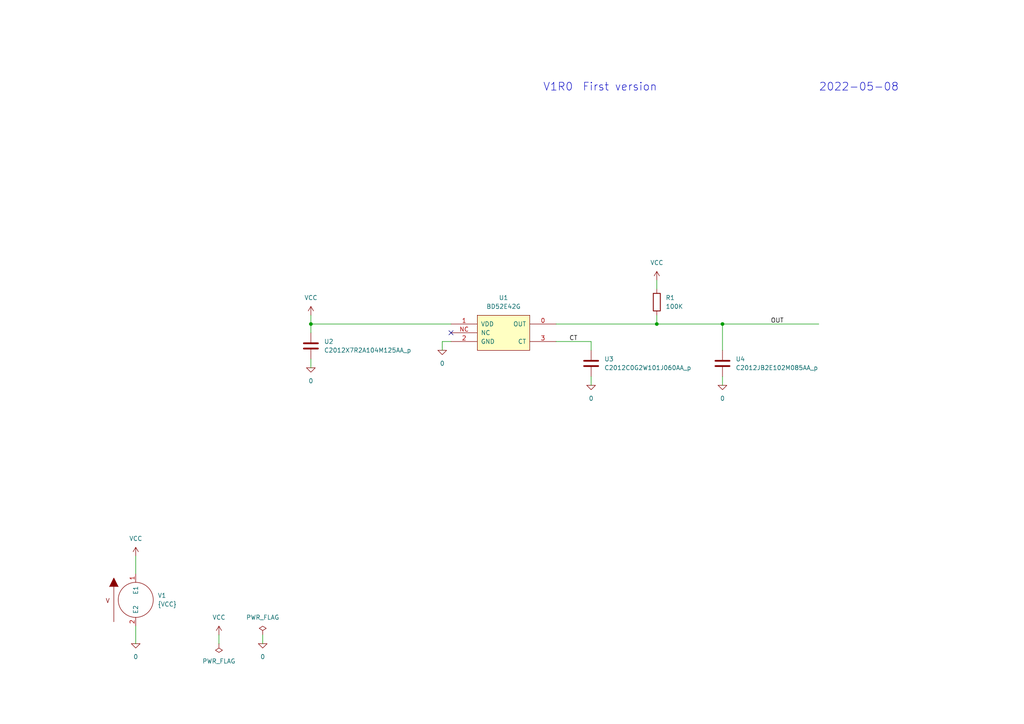
<source format=kicad_sch>
(kicad_sch (version 20211123) (generator eeschema)
  (paper "A4")
  (title_block (title "BD52E42G VOLTAGE DETECTOR") (date "2022-05-08") (rev "V1R0") (company "astroelectronic@") (comment 1 "Open drain output 4.2V voltage detector") (comment 2 "AE01.02.03.003") (comment 3 "-") (comment 4 "-") (comment 5 "-") (comment 6 "1:1") (comment 7 "Simulation") (comment 8 "BD52E42G") (comment 9 "CC BY-SA"))
  (lib_symbols
    (symbol "AE01.02.03.003:BD52E42G" (pin_names (offset 1.016))
      (property "Reference" "U" (at -7.62 -7.62 0))
      (property "Value" "BD52E42G" (at -7.62 -10.16 0))
      (symbol "BD52E42G_0_1"
        (rectangle (start -7.62 5.08) (end 7.62 -5.08) (fill (type background)))
      )
      (symbol "BD52E42G_1_1"
        (pin passive line (at 15.24 2.54 180) (length 7.62) (name "OUT") (number "0"))
        (pin passive line (at -15.24 2.54 0) (length 7.62) (name "VDD") (number "1"))
        (pin passive line (at -15.24 -2.54 0) (length 7.62) (name "GND") (number "2"))
        (pin passive line (at 15.24 -2.54 180) (length 7.62) (name "CT") (number "3"))
        (pin passive line (at -15.24 0 0) (length 7.62) (name "NC") (number "NC"))
      )
    )
    (symbol "Device:C" (pin_numbers hide) (pin_names (offset 0.254))
      (property "Reference" "C" (at 0.635 2.54 0))
      (property "Value" "C" (at 0.635 -2.54 0))
      (symbol "C_0_1"
        (polyline (pts (xy -2.032 -0.762) (xy 2.032 -0.762)) (stroke (width 0.508)))
        (polyline (pts (xy -2.032 0.762) (xy 2.032 0.762)) (stroke (width 0.508)))
      )
      (symbol "C_1_1"
        (pin passive line (at 0 3.81 270) (length 2.794) (name "~") (number "1"))
        (pin passive line (at 0 -3.81 90) (length 2.794) (name "~") (number "2"))
      )
    )
    (symbol "Device:R" (pin_numbers hide) (pin_names (offset 0))
      (property "Reference" "R" (at 2.032 0 90))
      (property "Value" "R" (at 0 0 90))
      (symbol "R_0_1"
        (rectangle (start -1.016 -2.54) (end 1.016 2.54) (stroke (width 0.254)))
      )
      (symbol "R_1_1"
        (pin passive line (at 0 3.81 270) (length 1.27) (name "~") (number "1"))
        (pin passive line (at 0 -3.81 90) (length 1.27) (name "~") (number "2"))
      )
    )
    (symbol "power:PWR_FLAG" (power) (pin_numbers hide) (pin_names (offset 0) hide)
      (property "Value" "PWR_FLAG" (at 0 3.81 0))
      (symbol "PWR_FLAG_0_0"
        (pin power_out line (at 0 0 90) (length 0) (name "pwr") (number "1"))
      )
      (symbol "PWR_FLAG_0_1"
        (polyline (pts (xy 0 0) (xy 0 1.27) (xy -1.016 1.905) (xy 0 2.54) (xy 1.016 1.905) (xy 0 1.27)))
      )
    )
    (symbol "power:VCC" (power) (pin_names (offset 0))
      (property "Value" "VCC" (at 0 3.81 0))
      (symbol "VCC_0_1"
        (polyline (pts (xy -0.762 1.27) (xy 0 2.54)))
        (polyline (pts (xy 0 0) (xy 0 2.54)))
        (polyline (pts (xy 0 2.54) (xy 0.762 1.27)))
      )
      (symbol "VCC_1_1"
        (pin power_in line (at 0 0 90) (length 0) hide (name "VCC") (number "1"))
      )
    )
    (symbol "pspice:0" (power) (pin_names (offset 0))
      (property "Value" "0" (at 0 -1.778 0))
      (symbol "0_0_1"
        (polyline (pts (xy -1.27 0) (xy 0 -1.27) (xy 1.27 0) (xy -1.27 0)))
      )
      (symbol "0_1_1"
        (pin power_in line (at 0 0 0) (length 0) hide (name "0") (number "1"))
      )
    )
    (symbol "pspice:VSOURCE" (pin_names (offset 1.016))
      (property "Reference" "V" (at -6.35 7.62 0))
      (property "Value" "VSOURCE" (at 0 0 0))
      (symbol "VSOURCE_0_1"
        (polyline (pts (xy -6.35 -6.35) (xy -6.35 3.81)) (fill (type outline)))
        (polyline (pts (xy -7.62 3.81) (xy -6.35 6.35) (xy -5.08 3.81)) (fill (type outline)))
        (circle (center 0 0) (radius 5.08))
        (text "V" (at -8.128 -0.254 0) (effects (font (size 1.27 1.27))))
      )
      (symbol "VSOURCE_1_1"
        (pin input line (at 0 7.62 270) (length 2.54) (name "E1") (number "1"))
        (pin input line (at 0 -7.62 90) (length 2.54) (name "E2") (number "2"))
      )
    )
  )
  (junction (at 90.17 93.98))
  (junction (at 209.55 93.98))
  (junction (at 190.5 93.98))
  (no_connect (at 130.81 96.52))
  (wire (pts (xy 90.17 96.52) (xy 90.17 93.98)))
  (wire (pts (xy 209.55 93.98) (xy 209.55 101.6)))
  (wire (pts (xy 190.5 93.98) (xy 209.55 93.98)))
  (wire (pts (xy 39.37 161.29) (xy 39.37 166.37)))
  (wire (pts (xy 171.45 99.06) (xy 171.45 101.6)))
  (wire (pts (xy 209.55 93.98) (xy 237.49 93.98)))
  (wire (pts (xy 90.17 91.44) (xy 90.17 93.98)))
  (wire (pts (xy 190.5 81.28) (xy 190.5 83.82)))
  (wire (pts (xy 39.37 181.61) (xy 39.37 186.69)))
  (wire (pts (xy 161.29 93.98) (xy 190.5 93.98)))
  (wire (pts (xy 63.5 184.15) (xy 63.5 186.69)))
  (wire (pts (xy 128.27 99.06) (xy 128.27 101.6)))
  (wire (pts (xy 76.2 184.15) (xy 76.2 186.69)))
  (wire (pts (xy 171.45 109.22) (xy 171.45 111.76)))
  (wire (pts (xy 90.17 104.14) (xy 90.17 106.68)))
  (wire (pts (xy 90.17 93.98) (xy 130.81 93.98)))
  (wire (pts (xy 130.81 99.06) (xy 128.27 99.06)))
  (wire (pts (xy 161.29 99.06) (xy 171.45 99.06)))
  (wire (pts (xy 209.55 109.22) (xy 209.55 111.76)))
  (wire (pts (xy 190.5 91.44) (xy 190.5 93.98)))
  (text "2022-05-08" (at 237.49 26.67 0) (effects (font (size 2.286 2.286)) (justify left bottom)))
  (text "First version" (at 168.91 26.67 0) (effects (font (size 2.286 2.286)) (justify left bottom)))
  (text "V1R0" (at 157.48 26.67 0) (effects (font (size 2.286 2.286)) (justify left bottom)))
  (label "CT" (at 165.1 99.06 0))
  (label "OUT" (at 223.52 93.98 0))
  (symbol (lib_id "power:VCC") (at 90.17 91.44 0) (unit 1)
    (property "Reference" "#PWR0102" (effects hide))
    (property "Value" "VCC" (at 90.17 86.36 0))
  )
  (symbol (lib_id "Device:C") (at 90.17 100.33 0) (unit 1)
    (property "Reference" "U2" (at 93.98 99.0599 0) (effects (justify left)))
    (property "Value" "C2012X7R2A104M125AA_p" (at 93.98 101.5999 0) (effects (justify left)))
    (property "Spice_Primitive" "X" (effects hide))
    (property "Spice_Model" "C2012X7R2A104M125AA_p" (effects hide))
    (property "Spice_Netlist_Enabled" "Y" (effects hide))
    (property "Spice_Lib_File" "models/C2012X7R2A104M125AA_p.mod" (effects hide))
  )
  (symbol (lib_id "power:PWR_FLAG") (at 63.5 186.69 180) (unit 1)
    (property "Reference" "#FLG0101" (effects hide))
    (property "Value" "PWR_FLAG" (at 63.5 191.77 0))
  )
  (symbol (lib_id "power:VCC") (at 63.5 184.15 0) (unit 1)
    (property "Reference" "#PWR0103" (effects hide))
    (property "Value" "VCC" (at 63.5 179.07 0))
  )
  (symbol (lib_id "Device:C") (at 209.55 105.41 0) (unit 1)
    (property "Reference" "U4" (at 213.36 104.1399 0) (effects (justify left)))
    (property "Value" "C2012JB2E102M085AA_p" (at 213.36 106.6799 0) (effects (justify left)))
    (property "Spice_Primitive" "X" (effects hide))
    (property "Spice_Model" "C2012JB2E102M085AA_p" (effects hide))
    (property "Spice_Netlist_Enabled" "Y" (effects hide))
    (property "Spice_Lib_File" "models/C2012JB2E102M085AA_p.mod" (effects hide))
  )
  (symbol (lib_id "pspice:0") (at 209.55 111.76 0) (unit 1)
    (property "Reference" "#GND0106" (effects hide))
    (property "Value" "0" (at 209.55 115.57 0))
  )
  (symbol (lib_id "power:VCC") (at 190.5 81.28 0) (unit 1)
    (property "Reference" "#PWR0104" (effects hide))
    (property "Value" "VCC" (at 190.5 76.2 0))
  )
  (symbol (lib_id "pspice:0") (at 39.37 186.69 0) (unit 1)
    (property "Reference" "#GND0103" (effects hide))
    (property "Value" "0" (at 39.37 190.5 0))
  )
  (symbol (lib_id "power:PWR_FLAG") (at 76.2 184.15 0) (unit 1)
    (property "Reference" "#FLG0102" (effects hide))
    (property "Value" "PWR_FLAG" (at 76.2 179.07 0))
  )
  (symbol (lib_id "pspice:VSOURCE") (at 39.37 173.99 0) (unit 1)
    (property "Reference" "V1" (at 45.72 172.7199 0) (effects (justify left)))
    (property "Value" "{VCC}" (at 45.72 175.2599 0) (effects (justify left)))
  )
  (symbol (lib_id "power:VCC") (at 39.37 161.29 0) (unit 1)
    (property "Reference" "#PWR0101" (effects hide))
    (property "Value" "VCC" (at 39.37 156.21 0))
  )
  (symbol (lib_id "pspice:0") (at 128.27 101.6 0) (unit 1)
    (property "Reference" "#GND0101" (effects hide))
    (property "Value" "0" (at 128.27 105.41 0))
  )
  (symbol (lib_id "pspice:0") (at 76.2 186.69 0) (unit 1)
    (property "Reference" "#GND0104" (effects hide))
    (property "Value" "0" (at 76.2 190.5 0))
  )
  (symbol (lib_id "Device:R") (at 190.5 87.63 0) (unit 1)
    (property "Reference" "R1" (at 193.04 86.3599 0) (effects (justify left)))
    (property "Value" "100K" (at 193.04 88.8999 0) (effects (justify left)))
    (property "Spice_Primitive" "R" (effects hide))
    (property "Spice_Model" "100K" (effects hide))
    (property "Spice_Netlist_Enabled" "Y" (effects hide))
  )
  (symbol (lib_id "Device:C") (at 171.45 105.41 0) (unit 1)
    (property "Reference" "U3" (at 175.26 104.1399 0) (effects (justify left)))
    (property "Value" "C2012C0G2W101J060AA_p" (at 175.26 106.6799 0) (effects (justify left)))
    (property "Spice_Primitive" "X" (effects hide))
    (property "Spice_Model" "C2012C0G2W101J060AA_p" (effects hide))
    (property "Spice_Netlist_Enabled" "Y" (effects hide))
    (property "Spice_Lib_File" "models/C2012C0G2W101J060AA_p.mod" (effects hide))
  )
  (symbol (lib_id "pspice:0") (at 90.17 106.68 0) (unit 1)
    (property "Reference" "#GND0102" (effects hide))
    (property "Value" "0" (at 90.17 110.49 0))
  )
  (symbol (lib_id "pspice:0") (at 171.45 111.76 0) (unit 1)
    (property "Reference" "#GND0105" (effects hide))
    (property "Value" "0" (at 171.45 115.57 0))
  )
  (symbol (lib_id "AE01.02.03.003:BD52E42G") (at 146.05 96.52 0) (unit 1)
    (property "Reference" "U1" (at 146.05 86.36 0))
    (property "Value" "BD52E42G" (at 146.05 88.9 0))
    (property "Spice_Primitive" "X" (effects hide))
    (property "Spice_Model" "BD52E42G" (effects hide))
    (property "Spice_Netlist_Enabled" "Y" (effects hide))
    (property "Spice_Lib_File" "models/BD52E42G.lib" (effects hide))
  )
)
</source>
